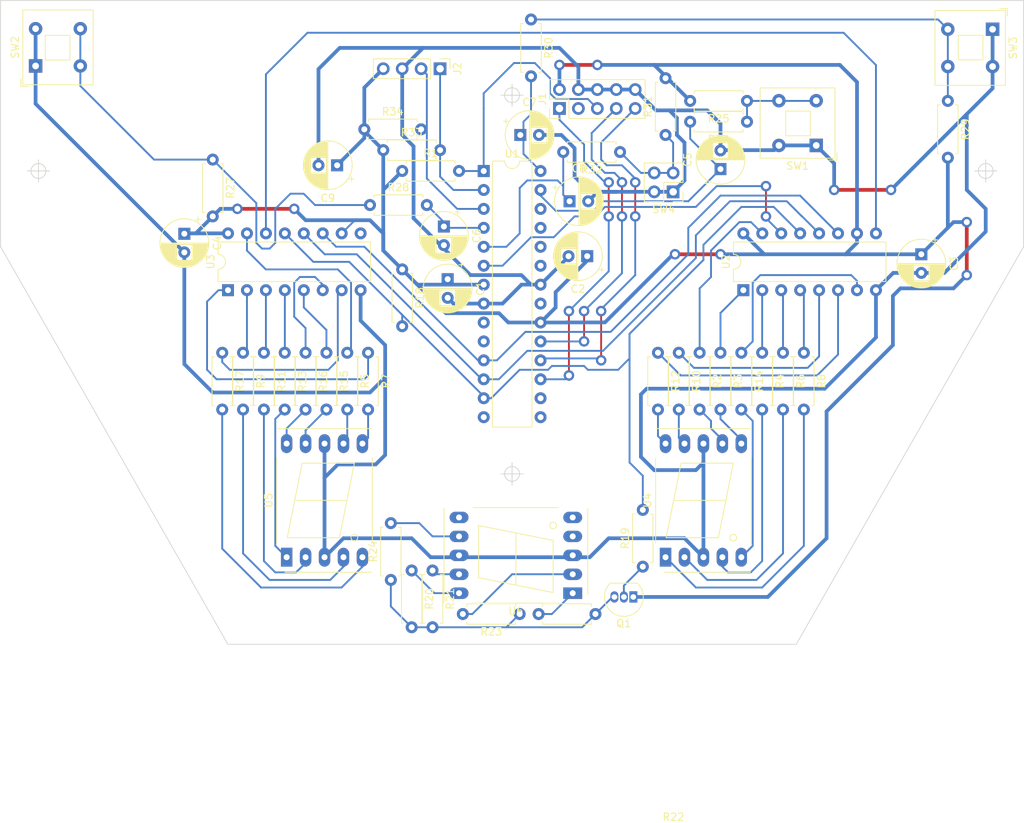
<source format=kicad_pcb>
(kicad_pcb (version 20211014) (generator pcbnew)
  (layers (0 "F.Cu" signal) (31 "B.Cu" signal) (34 "B.Paste" user) (35 "F.Paste" user) (36 "B.SilkS" user "B.Silkscreen") (37 "F.SilkS" user "F.Silkscreen") (38 "B.Mask" user) (39 "F.Mask" user) (44 "Edge.Cuts" user))
  (net 0 "")
  (net 1 "+5V")
  (net 2 "GND")
  (net 3 "/Reaction A Switch/STATE")
  (net 4 "/Reaction B Switch/STATE")
  (net 5 "/Reaction C Switch/STATE")
  (net 6 "/Motion Sensor/STATE")
  (net 7 "Net-(J1-Pad1)")
  (net 9 "Net-(J1-Pad5)")
  (net 10 "Net-(J1-Pad7)")
  (net 11 "Net-(Q1-Pad2)")
  (net 12 "Net-(Q1-Pad3)")
  (net 13 "Net-(R2-Pad1)")
  (net 14 "Net-(R2-Pad2)")
  (net 15 "Net-(R3-Pad1)")
  (net 16 "Net-(R3-Pad2)")
  (net 17 "Net-(R4-Pad1)")
  (net 18 "Net-(R4-Pad2)")
  (net 19 "Net-(R5-Pad2)")
  (net 20 "Net-(R6-Pad1)")
  (net 21 "Net-(R6-Pad2)")
  (net 22 "Net-(R7-Pad1)")
  (net 23 "Net-(R7-Pad2)")
  (net 24 "Net-(R8-Pad1)")
  (net 25 "Net-(R8-Pad2)")
  (net 26 "Net-(R9-Pad1)")
  (net 27 "Net-(R9-Pad2)")
  (net 28 "Net-(R10-Pad1)")
  (net 29 "Net-(R10-Pad2)")
  (net 30 "Net-(R11-Pad1)")
  (net 31 "Net-(R11-Pad2)")
  (net 32 "Net-(R12-Pad1)")
  (net 33 "Net-(R12-Pad2)")
  (net 34 "Net-(R13-Pad1)")
  (net 35 "Net-(R13-Pad2)")
  (net 36 "Net-(R14-Pad1)")
  (net 37 "Net-(R14-Pad2)")
  (net 38 "Net-(R15-Pad1)")
  (net 39 "Net-(R15-Pad2)")
  (net 40 "Net-(R16-Pad1)")
  (net 41 "Net-(R16-Pad2)")
  (net 42 "Net-(R17-Pad1)")
  (net 43 "Net-(R17-Pad2)")
  (net 44 "/UwU driver/ENABLE")
  (net 45 "Net-(R20-Pad1)")
  (net 46 "Net-(R21-Pad1)")
  (net 47 "Net-(R22-Pad2)")
  (net 48 "Net-(R23-Pad2)")
  (net 49 "Net-(R24-Pad2)")
  (net 50 "Net-(R25-Pad1)")
  (net 51 "Net-(R27-Pad1)")
  (net 52 "Net-(R29-Pad1)")
  (net 53 "Net-(R31-Pad1)")
  (net 54 "/UwU driver/EYE_DATA")
  (net 57 "/UwU driver/CLOCK")
  (net 58 "/UwU driver/LATCH")
  (net 62 "Net-(J1-Pad9)")
  (net 68 "Net-(U2-Pad9)")
  (net 73 "Net-(U3-Pad15)")
  (net 74 "/Port/RX")
  (net 75 "/Port/TX")
  (footprint "Resistor_THT:R_Axial_DIN0207_L6.3mm_D2.5mm_P7.62mm_Horizontal" (layer "F.Cu") (at 145.288 89.916 -90)
    (fp_text reference "R27")
    (fp_text value "10K")
  )
  (footprint "Resistor_THT:R_Axial_DIN0207_L6.3mm_D2.5mm_P7.62mm_Horizontal" (layer "F.Cu") (at 204.978 115.824 -90)
    (fp_text reference "R12")
    (fp_text value "1K")
  )
  (footprint "Resistor_THT:R_Axial_DIN0207_L6.3mm_D2.5mm_P7.62mm_Horizontal" (layer "F.Cu") (at 186.436 150.876 180)
    (fp_text reference "R23")
    (fp_text value "1K")
  )
  (footprint "Resistor_THT:R_Axial_DIN0207_L6.3mm_D2.5mm_P7.62mm_Horizontal" (layer "F.Cu") (at 166.116 115.824 -90)
    (fp_text reference "R7")
    (fp_text value "1K")
  )
  (footprint "Capacitor_THT:CP_Radial_D6.3mm_P2.50mm" (layer "F.Cu") (at 176.276 98.89362 -90)
    (fp_text reference "C6")
    (fp_text value "100n")
  )
  (footprint "Resistor_THT:R_Axial_DIN0207_L6.3mm_D2.5mm_P7.62mm_Horizontal" (layer "F.Cu") (at 221.742 115.824 -90)
    (fp_text reference "R6")
    (fp_text value "1K")
  )
  (footprint "Display_7Segment:7SegmentLED_LTS6760_LTS6780" (layer "F.Cu") (at 155.194 143.256 90)
    (fp_text reference "U5")
    (fp_text value "D198K")
  )
  (footprint "Capacitor_THT:CP_Radial_D6.3mm_P2.50mm" (layer "F.Cu") (at 161.96438 90.678 180)
    (fp_text reference "C9")
    (fp_text value "47u")
  )
  (footprint "Button_Switch_THT:SW_Push_2P1T_Toggle_CK_PVA1xxH1xxxxxxV2" (layer "F.Cu") (at 226.1965 88.0125 180)
    (fp_text reference "SW1")
    (fp_text value "SW_MEC_5E")
  )
  (footprint "Resistor_THT:R_Axial_DIN0207_L6.3mm_D2.5mm_P7.62mm_Horizontal" (layer "F.Cu") (at 216.916 82.042 180)
    (fp_text reference "R25")
    (fp_text value "10K")
  )
  (footprint "Resistor_THT:R_Axial_DIN0207_L6.3mm_D2.5mm_P7.62mm_Horizontal" (layer "F.Cu") (at 224.536 115.824 -90)
    (fp_text reference "R8")
    (fp_text value "1K")
  )
  (footprint "Resistor_THT:R_Axial_DIN0207_L6.3mm_D2.5mm_P7.62mm_Horizontal" (layer "F.Cu") (at 146.558 115.824 -90)
    (fp_text reference "R17")
    (fp_text value "1K")
  )
  (footprint "Connector_PinHeader_2.54mm:PinHeader_2x05_P2.54mm_Vertical" (layer "F.Cu") (at 191.77 83.058 90)
    (fp_text reference "J1")
    (fp_text value "AVR-ISP-10")
  )
  (footprint "Connector_PinHeader_2.54mm:PinHeader_2x02_P2.54mm_Vertical" (layer "F.Cu") (at 207.015 94.239 180)
    (fp_text reference "SW4")
    (fp_text value "SW_MEC_5G")
  )
  (footprint "Resistor_THT:R_Axial_DIN0207_L6.3mm_D2.5mm_P7.62mm_Horizontal" (layer "F.Cu") (at 207.772 115.824 -90)
    (fp_text reference "R10")
    (fp_text value "1K")
  )
  (footprint "Capacitor_THT:CP_Radial_D6.3mm_P2.50mm" (layer "F.Cu") (at 193.127621 95.504)
    (fp_text reference "C8")
    (fp_text value "100n")
  )
  (footprint "Resistor_THT:R_Axial_DIN0207_L6.3mm_D2.5mm_P7.62mm_Horizontal" (layer "F.Cu") (at 152.146 115.824 -90)
    (fp_text reference "R11")
    (fp_text value "1K")
  )
  (footprint "Display_7Segment:7SegmentLED_LTS6760_LTS6780" (layer "F.Cu") (at 193.548 148.082 180)
    (fp_text reference "U6")
    (fp_text value "D198K")
  )
  (footprint "Package_DIP:DIP-16_W7.62mm" (layer "F.Cu") (at 147.335 107.432 90)
    (fp_text reference "U3")
    (fp_text value "74HC595")
  )
  (footprint "Resistor_THT:R_Axial_DIN0207_L6.3mm_D2.5mm_P7.62mm_Horizontal" (layer "F.Cu") (at 187.96 71.12 -90)
    (fp_text reference "R30")
    (fp_text value "1K")
  )
  (footprint "Capacitor_THT:CP_Radial_D6.3mm_P2.50mm" (layer "F.Cu") (at 186.523621 86.614)
    (fp_text reference "C7")
    (fp_text value "100n")
  )
  (footprint "Resistor_THT:R_Axial_DIN0207_L6.3mm_D2.5mm_P7.62mm_Horizontal" (layer "F.Cu") (at 163.322 115.824 -90)
    (fp_text reference "R5")
    (fp_text value "1K")
  )
  (footprint "Resistor_THT:R_Axial_DIN0207_L6.3mm_D2.5mm_P7.62mm_Horizontal" (layer "F.Cu") (at 166.37 96.012)
    (fp_text reference "R28")
    (fp_text value "1K")
  )
  (footprint "Button_Switch_THT:SW_Push_2P1T_Toggle_CK_PVA1xxH1xxxxxxV2" (layer "F.Cu") (at 249.84 72.43 -90)
    (fp_text reference "SW3")
    (fp_text value "SW_MEC_5E")
  )
  (footprint "Resistor_THT:R_Axial_DIN0207_L6.3mm_D2.5mm_P7.62mm_Horizontal" (layer "F.Cu") (at 205.994 86.614 90)
    (fp_text reference "R31")
    (fp_text value "10K")
  )
  (footprint "Resistor_THT:R_Axial_DIN0207_L6.3mm_D2.5mm_P7.62mm_Horizontal" (layer "F.Cu") (at 218.948 115.824 -90)
    (fp_text reference "R4")
    (fp_text value "1K")
  )
  (footprint "Capacitor_THT:CP_Radial_D6.3mm_P2.50mm" (layer "F.Cu") (at 240.284 102.616 -90)
    (fp_text reference "C3")
    (fp_text value "50p")
  )
  (footprint "Resistor_THT:R_Axial_DIN0207_L6.3mm_D2.5mm_P7.62mm_Horizontal" (layer "F.Cu") (at 165.608 85.852)
    (fp_text reference "R34")
    (fp_text value "10K")
  )
  (footprint "Capacitor_THT:CP_Radial_D6.3mm_P2.50mm" (layer "F.Cu") (at 141.478 99.862 -90)
    (fp_text reference "C4")
    (fp_text value "50p")
  )
  (footprint "Resistor_THT:R_Axial_DIN0207_L6.3mm_D2.5mm_P7.62mm_Horizontal" (layer "F.Cu") (at 169.164 146.304 90)
    (fp_text reference "R24")
    (fp_text value "1K")
  )
  (footprint "Package_TO_SOT_THT:TO-92_Inline" (layer "F.Cu") (at 201.676 148.59 180)
    (fp_text reference "Q1")
    (fp_text value "S8550")
  )
  (footprint "Resistor_THT:R_Axial_DIN0207_L6.3mm_D2.5mm_P7.62mm_Horizontal" (layer "F.Cu") (at 170.688 104.648 -90)
    (fp_text reference "R18")
    (fp_text value "1K")
  )
  (footprint "Capacitor_THT:CP_Radial_D6.3mm_P2.50mm" (layer "F.Cu") (at 213.36 91.186 90)
    (fp_text reference "C5")
    (fp_text value "100n")
  )
  (footprint "Resistor_THT:R_Axial_DIN0207_L6.3mm_D2.5mm_P7.62mm_Horizontal" (layer "F.Cu") (at 149.352 115.824 -90)
    (fp_text reference "R9")
    (fp_text value "1K")
  )
  (footprint "Resistor_THT:R_Axial_DIN0207_L6.3mm_D2.5mm_P7.62mm_Horizontal" (layer "F.Cu") (at 210.566 115.824 -90)
    (fp_text reference "R2")
    (fp_text value "1K")
  )
  (footprint "Connector_PinHeader_2.54mm:PinHeader_1x04_P2.54mm_Vertical" (layer "F.Cu") (at 175.768 77.724 -90)
    (fp_text reference "J2")
    (fp_text value "Port")
  )
  (footprint "Resistor_THT:R_Axial_DIN0207_L6.3mm_D2.5mm_P7.62mm_Horizontal" (layer "F.Cu") (at 174.752 145.034 -90)
    (fp_text reference "R21")
    (fp_text value "1K")
  )
  (footprint "Resistor_THT:R_Axial_DIN0207_L6.3mm_D2.5mm_P7.62mm_Horizontal" (layer "F.Cu") (at 202.946 144.526 90)
    (fp_text reference "R19")
    (fp_text value "1K")
  )
  (footprint "Resistor_THT:R_Axial_DIN0207_L6.3mm_D2.5mm_P7.62mm_Horizontal" (layer "F.Cu") (at 157.734 115.824 -90)
    (fp_text reference "R16")
    (fp_text value "1K")
  )
  (footprint "Capacitor_THT:CP_Radial_D6.3mm_P2.50mm" (layer "F.Cu") (at 176.784 105.958 -90)
    (fp_text reference "C1")
    (fp_text value "100n")
  )
  (footprint "Resistor_THT:R_Axial_DIN0207_L6.3mm_D2.5mm_P7.62mm_Horizontal" (layer "F.Cu") (at 154.94 115.824 -90)
    (fp_text reference "R13")
    (fp_text value "1K")
  )
  (footprint "Capacitor_THT:CP_Radial_D6.3mm_P2.50mm" (layer "F.Cu") (at 195.49238 102.87 180)
    (fp_text reference "C2")
    (fp_text value "100n")
  )
  (footprint "Resistor_THT:R_Axial_DIN0207_L6.3mm_D2.5mm_P7.62mm_Horizontal" (layer "F.Cu") (at 160.528 115.824 -90)
    (fp_text reference "R15")
    (fp_text value "1K")
  )
  (footprint "Resistor_THT:R_Axial_DIN0207_L6.3mm_D2.5mm_P7.62mm_Horizontal" (layer "F.Cu") (at 196.596 150.876 180)
    (fp_text reference "R22")
    (fp_text value "1K")
  )
  (footprint "Resistor_THT:R_Axial_DIN0207_L6.3mm_D2.5mm_P7.62mm_Horizontal" (layer "F.Cu") (at 216.154 115.824 -90)
    (fp_text reference "R14")
    (fp_text value "1K")
  )
  (footprint "Resistor_THT:R_Axial_DIN0207_L6.3mm_D2.5mm_P7.62mm_Horizontal" (layer "F.Cu") (at 199.898 88.9 180)
    (fp_text reference "R32")
    (fp_text value "1K")
  )
  (footprint "Resistor_THT:R_Axial_DIN0207_L6.3mm_D2.5mm_P7.62mm_Horizontal" (layer "F.Cu") (at 243.84 82.042 -90)
    (fp_text reference "R29")
    (fp_text value "10K")
  )
  (footprint "Display_7Segment:7SegmentLED_LTS6760_LTS6780" (layer "F.Cu") (at 205.994 143.256 90)
    (fp_text reference "U4")
    (fp_text value "D198K")
  )
  (footprint "Resistor_THT:R_Axial_DIN0207_L6.3mm_D2.5mm_P7.62mm_Horizontal" (layer "F.Cu") (at 216.916 84.836 180)
    (fp_text reference "R26")
    (fp_text value "1K")
  )
  (footprint "Package_DIP:DIP-16_W7.62mm" (layer "F.Cu") (at 216.423 107.432 90)
    (fp_text reference "U2")
    (fp_text value "74HC595")
  )
  (footprint "Resistor_THT:R_Axial_DIN0207_L6.3mm_D2.5mm_P7.62mm_Horizontal" (layer "F.Cu") (at 213.36 115.824 -90)
    (fp_text reference "R3")
    (fp_text value "1K")
  )
  (footprint "Resistor_THT:R_Axial_DIN0207_L6.3mm_D2.5mm_P7.62mm_Horizontal" (layer "F.Cu") (at 168.148 88.646)
    (fp_text reference "R33")
    (fp_text value "10K")
  )
  (footprint "Resistor_THT:R_Axial_DIN0207_L6.3mm_D2.5mm_P7.62mm_Horizontal" (layer "F.Cu") (at 171.958 145.034 -90)
    (fp_text reference "R20")
    (fp_text value "1K")
  )
  (footprint "Package_DIP:DIP-28_W7.62mm" (layer "F.Cu") (at 181.62 91.45)
    (fp_text reference "U1")
    (fp_text value "ATmega328-P")
  )
  (footprint "Resistor_THT:R_Axial_DIN0207_L6.3mm_D2.5mm_P7.62mm_Horizontal" (layer "F.Cu") (at 170.688 91.44)
    (fp_text reference "R1")
    (fp_text value "10K")
  )
  (footprint "Button_Switch_THT:SW_Push_2P1T_Toggle_CK_PVA1xxH1xxxxxxV2" (layer "F.Cu") (at 121.5375 77.3525 90)
    (fp_text reference "SW2")
    (fp_text value "SW_MEC_5E")
  )
  (gr_line (start 116.84 101.6) (end 147.32 154.94) (layer "Edge.Cuts") (width 0.1))
  (gr_line (start 116.84 68.58) (end 116.84 101.6) (layer "Edge.Cuts") (width 0.1))
  (gr_line (start 223.52 154.94) (end 254 101.6) (layer "Edge.Cuts") (width 0.1))
  (gr_line (start 254 68.58) (end 254 101.6) (layer "Edge.Cuts") (width 0.1))
  (gr_line (start 116.84 68.58) (end 254 68.58) (layer "Edge.Cuts") (width 0.1))
  (gr_line (start 147.32 154.94) (end 223.52 154.94) (layer "Edge.Cuts") (width 0.1))
  (target plus (at 185.42 81.28) (size 3) (width 0.1) (layer "Edge.Cuts"))
  (target plus (at 121.92 91.44) (size 3) (width 0.1) (layer "Edge.Cuts"))
  (target plus (at 248.92 91.44) (size 3) (width 0.1) (layer "Edge.Cuts"))
  (target plus (at 185.42 132.08) (size 3) (width 0.1) (layer "Edge.Cuts"))
  (segment (start 246.38 98.298) (end 246.38 105.41) (width 0.5) (layer "F.Cu") (net 1))
  (segment (start 156.21 96.52) (end 148.59 96.52) (width 0.5) (layer "F.Cu") (net 1))
  (segment (start 207.264 102.616) (end 213.36 102.616) (width 0.5) (layer "F.Cu") (net 1))
  (segment (start 191.77 77.216) (end 196.85 77.216) (width 0.5) (layer "F.Cu") (net 1))
  (via (at 148.59 96.52) (size 1.4) (drill 0.8) (layers "F.Cu" "B.Cu") (net 1))
  (via (at 191.77 77.216) (size 1.4) (drill 0.8) (layers "F.Cu" "B.Cu") (net 1))
  (via (at 246.38 105.41) (size 1.4) (drill 0.8) (layers "F.Cu" "B.Cu") (net 1))
  (via (at 213.36 102.616) (size 1.4) (drill 0.8) (layers "F.Cu" "B.Cu") (net 1))
  (via (at 156.21 96.52) (size 1.4) (drill 0.8) (layers "F.Cu" "B.Cu") (net 1))
  (via (at 196.85 77.216) (size 1.4) (drill 0.8) (layers "F.Cu" "B.Cu") (net 1))
  (via (at 207.264 102.616) (size 1.4) (drill 0.8) (layers "F.Cu" "B.Cu") (net 1))
  (via (at 246.38 98.298) (size 1.4) (drill 0.8) (layers "F.Cu" "B.Cu") (net 1))
  (segment (start 246.38 105.41) (end 244.602 107.188) (width 0.5) (layer "B.Cu") (net 1))
  (segment (start 243.84 99.06) (end 240.284 102.616) (width 0.5) (layer "B.Cu") (net 1))
  (segment (start 183.642 110.49) (end 176.403 110.49) (width 0.25) (layer "B.Cu") (net 1))
  (segment (start 197.866 111.76) (end 192.786 111.76) (width 0.5) (layer "B.Cu") (net 1))
  (segment (start 164.343 98.044) (end 162.575 99.812) (width 0.25) (layer "B.Cu") (net 1))
  (segment (start 191.262 107.696) (end 191.262 109.748) (width 0.5) (layer "B.Cu") (net 1))
  (segment (start 227.584 123.698) (end 227.584 140.716) (width 0.5) (layer "B.Cu") (net 1))
  (segment (start 183.672 110.52) (end 184.922 111.77) (width 0.5) (layer "B.Cu") (net 1))
  (segment (start 209.296 82.042) (end 204.47 77.216) (width 0.5) (layer "B.Cu") (net 1))
  (segment (start 189.24 111.77) (end 192.776 111.77) (width 0.5) (layer "B.Cu") (net 1))
  (segment (start 207.01 102.616) (end 197.866 111.76) (width 0.5) (layer "B.Cu") (net 1))
  (segment (start 168.148 99.822) (end 168.148 102.235) (width 0.25) (layer "B.Cu") (net 1))
  (segment (start 191.77 77.216) (end 191.77 80.518) (width 0.5) (layer "B.Cu") (net 1))
  (segment (start 244.602 107.188) (end 237.49 107.188) (width 0.5) (layer "B.Cu") (net 1))
  (segment (start 165.608 86.106) (end 168.148 88.646) (width 0.5) (layer "B.Cu") (net 1))
  (segment (start 231.663 101.077) (end 231.663 99.812) (width 0.5) (layer "B.Cu") (net 1))
  (segment (start 166.37 98.044) (end 164.343 98.044) (width 0.5) (layer "B.Cu") (net 1))
  (segment (start 168.148 93.98) (end 168.148 94.488) (width 0.5) (layer "B.Cu") (net 1))
  (segment (start 176.784 105.958) (end 176.784 106.172) (width 0.25) (layer "B.Cu") (net 1))
  (segment (start 172.603 106.69) (end 177.302 106.69) (width 0.25) (layer "B.Cu") (net 1))
  (segment (start 230.124 102.616) (end 231.663 101.077) (width 0.5) (layer "B.Cu") (net 1))
  (segment (start 216.423 99.812) (end 219.227 102.616) (width 0.5) (layer "B.Cu") (net 1))
  (segment (start 147.335 99.812) (end 143.012 99.812) (width 0.5) (layer "B.Cu") (net 1))
  (segment (start 192.786 111.76) (end 192.776 111.77) (width 0.5) (layer "B.Cu") (net 1))
  (segment (start 219.71 148.59) (end 201.676 148.59) (width 0.5) (layer "B.Cu") (net 1))
  (segment (start 244.602 98.298) (end 243.84 99.06) (width 0.5) (layer "B.Cu") (net 1))
  (segment (start 156.21 96.52) (end 157.734 98.044) (width 0.5) (layer "B.Cu") (net 1))
  (segment (start 168.148 99.822) (end 168.148 102.108) (width 0.5) (layer "B.Cu") (net 1))
  (segment (start 181.62 106.69) (end 177.302 106.69) (width 0.25) (layer "B.Cu") (net 1))
  (segment (start 184.922 111.77) (end 189.24 111.77) (width 0.5) (layer "B.Cu") (net 1))
  (segment (start 195.49238 103.46562) (end 191.262 107.696) (width 0.5) (layer "B.Cu") (net 1))
  (segment (start 146.304 96.52) (end 145.288 97.536) (width 0.5) (layer "B.Cu") (net 1))
  (segment (start 176.784 106.172) (end 177.302 106.69) (width 0.25) (layer "B.Cu") (net 1))
  (segment (start 229.362 77.216) (end 231.663 79.517) (width 0.5) (layer "B.Cu") (net 1))
  (segment (start 231.663 79.517) (end 231.663 99.812) (width 0.5) (layer "B.Cu") (net 1))
  (segment (start 148.59 96.52) (end 146.304 96.52) (width 0.5) (layer "B.Cu") (net 1))
  (segment (start 219.227 102.616) (end 230.124 102.616) (width 0.5) (layer "B.Cu") (net 1))
  (segment (start 191.262 109.748) (end 189.24 111.77) (width 0.5) (layer "B.Cu") (net 1))
  (segment (start 195.49238 102.87) (end 195.49238 103.46562) (width 0.5) (layer "B.Cu") (net 1))
  (segment (start 213.36 102.616) (end 219.227 102.616) (width 0.5) (layer "B.Cu") (net 1))
  (segment (start 168.148 102.235) (end 172.603 106.69) (width 0.25) (layer "B.Cu") (net 1))
  (segment (start 168.148 99.822) (end 166.37 98.044) (width 0.5) (layer "B.Cu") (net 1))
  (segment (start 165.608 87.03438) (end 161.96438 90.678) (width 0.5) (layer "B.Cu") (net 1))
  (segment (start 196.85 77.216) (end 204.47 77.216) (width 0.5) (layer "B.Cu") (net 1))
  (segment (start 145.288 97.536) (end 143.012 99.812) (width 0.5) (layer "B.Cu") (net 1))
  (segment (start 172.73 106.69) (end 181.62 106.69) (width 0.5) (layer "B.Cu") (net 1))
  (segment (start 141.528 99.812) (end 141.478 99.862) (width 0.5) (layer "B.Cu") (net 1))
  (segment (start 204.47 77.216) (end 229.362 77.216) (width 0.5) (layer "B.Cu") (net 1))
  (segment (start 240.284 102.616) (end 230.124 102.616) (width 0.5) (layer "B.Cu") (net 1))
  (segment (start 168.148 102.108) (end 172.73 106.69) (width 0.5) (layer "B.Cu") (net 1))
  (segment (start 236.474 108.204) (end 236.474 114.808) (width 0.5) (layer "B.Cu") (net 1))
  (segment (start 157.734 98.044) (end 164.343 98.044) (width 0.5) (layer "B.Cu") (net 1))
  (segment (start 170.688 91.44) (end 170.688 91.699) (width 0.25) (layer "B.Cu") (net 1))
  (segment (start 165.608 80.264) (end 168.148 77.724) (width 0.5) (layer "B.Cu") (net 1))
  (segment (start 172.73 106.69) (end 176.56 110.52) (width 0.5) (layer "B.Cu") (net 1))
  (segment (start 165.608 85.852) (end 165.608 80.264) (width 0.5) (layer "B.Cu") (net 1))
  (segment (start 170.688 91.44) (end 168.148 93.98) (width 0.5) (layer "B.Cu") (net 1))
  (segment (start 227.584 140.716) (end 219.71 148.59) (width 0.5) (layer "B.Cu") (net 1))
  (segment (start 236.474 114.808) (end 227.584 123.698) (width 0.5) (layer "B.Cu") (net 1))
  (segment (start 243.84 89.662) (end 243.84 99.06) (width 0.5) (layer "B.Cu") (net 1))
  (segment (start 165.608 85.852) (end 165.608 86.106) (width 0.5) (layer "B.Cu") (net 1))
  (segment (start 246.38 98.298) (end 244.602 98.298) (width 0.5) (layer "B.Cu") (net 1))
  (segment (start 168.148 93.98) (end 168.148 88.646) (width 0.5) (layer "B.Cu") (net 1))
  (segment (start 168.148 94.488) (end 168.148 102.108) (width 0.5) (layer "B.Cu") (net 1))
  (segment (start 165.608 85.852) (end 165.608 87.03438) (width 0.5) (layer "B.Cu") (net 1))
  (segment (start 207.264 102.616) (end 207.01 102.616) (width 0.5) (layer "B.Cu") (net 1))
  (segment (start 176.56 110.52) (end 183.612 110.52) (width 0.5) (layer "B.Cu") (net 1))
  (segment (start 184.922 111.77) (end 183.642 110.49) (width 0.25) (layer "B.Cu") (net 1))
  (segment (start 162.575 99.553) (end 162.575 99.812) (width 0.5) (layer "B.Cu") (net 1))
  (segment (start 237.49 107.188) (end 236.474 108.204) (width 0.5) (layer "B.Cu") (net 1))
  (segment (start 143.012 99.812) (end 141.528 99.812) (width 0.5) (layer "B.Cu") (net 1))
  (segment (start 236.22 93.98) (end 228.6 93.98) (width 0.5) (layer "F.Cu") (net 2))
  (via (at 236.22 93.98) (size 1.4) (drill 0.8) (layers "F.Cu" "B.Cu") (net 2))
  (via (at 228.6 93.98) (size 1.4) (drill 0.8) (layers "F.Cu" "B.Cu") (net 2))
  (segment (start 240.284 105.116) (end 236.519 105.116) (width 0.5) (layer "B.Cu") (net 2))
  (segment (start 187.95 106.69) (end 186.67 105.41) (width 0.5) (layer "B.Cu") (net 2))
  (segment (start 179.832 105.41) (end 172.212 97.79) (width 0.5) (layer "B.Cu") (net 2))
  (segment (start 145.288 121.158) (end 141.478 117.348) (width 0.5) (layer "B.Cu") (net 2))
  (segment (start 207.518 84.328) (end 207.518 86.614) (width 0.5) (layer "B.Cu") (net 2))
  (segment (start 236.519 105.116) (end 234.203 107.432) (width 0.5) (layer "B.Cu") (net 2))
  (segment (start 121.5375 72.3525) (end 121.5375 77.3525) (width 0.25) (layer "B.Cu") (net 2))
  (segment (start 177.556 109.23) (end 176.784 108.458) (width 0.5) (layer "B.Cu") (net 2))
  (segment (start 199.395 94.239) (end 196.892621 94.239) (width 0.5) (layer "B.Cu") (net 2))
  (segment (start 168.402 119.126) (end 166.37 121.158) (width 0.5) (layer "B.Cu") (net 2))
  (segment (start 248.92 99.568) (end 248.92 96.52) (width 0.5) (layer "B.Cu") (net 2))
  (segment (start 208.534 140.716) (end 198.374 140.716) (width 0.5) (layer "B.Cu") (net 2))
  (segment (start 181.62 109.23) (end 184.14 109.23) (width 0.5) (layer "B.Cu") (net 2))
  (segment (start 207.518 86.614) (end 208.534 87.63) (width 0.5) (layer "B.Cu") (net 2))
  (segment (start 194.31 80.518) (end 201.93 80.518) (width 0.5) (layer "B.Cu") (net 2))
  (segment (start 193.802 88.392) (end 193.802 92.202) (width 0.5) (layer "B.Cu") (net 2))
  (segment (start 192.99238 102.93762) (end 192.99238 102.87) (width 0.5) (layer "B.Cu") (net 2))
  (segment (start 206.502 83.312) (end 211.582 83.312) (width 0.5) (layer "B.Cu") (net 2))
  (segment (start 202.692 121.412) (end 202.692 129.794) (width 0.5) (layer "B.Cu") (net 2))
  (segment (start 178.054 143.256) (end 174.498 143.256) (width 0.5) (layer "B.Cu") (net 2))
  (segment (start 204.47 131.572) (end 210.058 131.572) (width 0.5) (layer "B.Cu") (net 2))
  (segment (start 192.024 86.614) (end 193.802 88.392) (width 0.5) (layer "B.Cu") (net 2))
  (segment (start 246.38 83.82) (end 249.84 80.36) (width 0.5) (layer "B.Cu") (net 2))
  (segment (start 160.274 132.588) (end 160.274 128.016) (width 0.5) (layer "B.Cu") (net 2))
  (segment (start 167.132 130.81) (end 168.402 129.54) (width 0.5) (layer "B.Cu") (net 2))
  (segment (start 213.36 85.09) (end 213.36 88.686) (width 0.5) (layer "B.Cu") (net 2))
  (segment (start 174.498 143.256) (end 171.958 140.716) (width 0.5) (layer "B.Cu") (net 2))
  (segment (start 121.5375 77.3525) (end 121.5375 82.4215) (width 0.25) (layer "B.Cu") (net 2))
  (segment (start 184.14 109.23) (end 186.68 106.69) (width 0.5) (layer "B.Cu") (net 2))
  (segment (start 141.478 117.348) (end 141.478 102.362) (width 0.5) (layer "B.Cu") (net 2))
  (segment (start 226.1965 88.0205) (end 226.1965 88.0125) (width 0.5) (layer "B.Cu") (net 2))
  (segment (start 207.015 94.239) (end 199.395 94.239) (width 0.5) (layer "B.Cu") (net 2))
  (segment (start 234.203 107.432) (end 234.203 113.777) (width 0.5) (layer "B.Cu") (net 2))
  (segment (start 248.92 96.52) (end 246.38 93.98) (width 0.5) (layer "B.Cu") (net 2))
  (segment (start 208.534 92.72) (end 207.015 94.239) (width 0.5) (layer "B.Cu") (net 2))
  (segment (start 172.212 97.79) (end 172.212 88.138) (width 0.5) (layer "B.Cu") (net 2))
  (segment (start 246.38 93.98) (end 246.38 83.82) (width 0.5) (layer "B.Cu") (net 2))
  (segment (start 228.6 93.98) (end 228.6 90.424) (width 0.5) (layer "B.Cu") (net 2))
  (segment (start 240.284 105.116) (end 243.372 105.116) (width 0.5) (layer "B.Cu") (net 2))
  (segment (start 168.402 114.808) (end 165.115 111.521) (width 0.5) (layer "B.Cu") (net 2))
  (segment (start 186.67 105.41) (end 179.832 105.41) (width 0.5) (layer "B.Cu") (net 2))
  (segment (start 173.482 74.93) (end 170.688 77.724) (width 0.5) (layer "B.Cu") (net 2))
  (segment (start 168.402 119.634) (end 168.402 119.126) (width 0.5) (layer "B.Cu") (net 2))
  (segment (start 206.502 83.312) (end 207.518 84.328) (width 0.5) (layer "B.Cu") (net 2))
  (segment (start 162.306 74.93) (end 159.46438 77.77162) (width 0.5) (layer "B.Cu") (net 2))
  (segment (start 249.84 80.36) (end 249.84 79.852) (width 0.5) (layer "B.Cu") (net 2))
  (segment (start 194.31 80.518) (end 194.31 77.47) (width 0.5) (layer "B.Cu") (net 2))
  (segment (start 249.84 72.43) (end 249.84 77.43) (width 0.25) (layer "B.Cu") (net 2))
  (segment (start 189.24 106.69) (end 192.99238 102.93762) (width 0.5) (layer "B.Cu") (net 2))
  (segment (start 211.582 83.312) (end 213.36 85.09) (width 0.5) (layer "B.Cu") (net 2))
  (segment (start 187.95 106.69) (end 186.68 106.69) (width 0.5) (layer "B.Cu") (net 2))
  (segment (start 166.37 121.158) (end 145.288 121.158) (width 0.5) (layer "B.Cu") (net 2))
  (segment (start 121.5375 82.4215) (end 121.5375 72.3525) (width 0.5) (layer "B.Cu") (net 2))
  (segment (start 189.24 106.69) (end 187.95 106.69) (width 0.5) (layer "B.Cu") (net 2))
  (segment (start 159.46438 77.77162) (end 159.46438 90.678) (width 0.5) (layer "B.Cu") (net 2))
  (segment (start 201.93 80.518) (end 204.724 83.312) (width 0.5) (layer "B.Cu") (net 2))
  (segment (start 195.834 143.256) (end 193.294 143.256) (width 0.5) (layer "B.Cu") (net 2))
  (segment (start 162.052 130.81) (end 167.132 130.81) (width 0.5) (layer "B.Cu") (net 2))
  (segment (start 228.6 90.424) (end 226.1965 88.0205) (width 0.5) (layer "B.Cu") (net 2))
  (segment (start 189.023621 86.614) (end 192.024 86.614) (width 0.5) (layer "B.Cu") (net 2))
  (segment (start 173.482 74.93) (end 162.306 74.93) (width 0.5) (layer "B.Cu") (net 2))
  (segment (start 191.77 74.93) (end 173.482 74.93) (width 0.5) (layer "B.Cu") (net 2))
  (segment (start 160.274 143.256) (end 160.274 132.588) (width 0.5) (layer "B.Cu") (net 2))
  (segment (start 160.274 132.588) (end 162.052 130.81) (width 0.5) (layer "B.Cu") (net 2))
  (segment (start 227.33 120.65) (end 203.454 120.65) (width 0.5) (layer "B.Cu") (net 2))
  (segment (start 196.892621 94.239) (end 195.627621 95.504) (width 0.5) (layer "B.Cu") (net 2))
  (segment (start 204.724 83.312) (end 206.502 83.312) (width 0.5) (layer "B.Cu") (net 2))
  (segment (start 198.374 140.716) (end 195.834 143.256) (width 0.5) (layer "B.Cu") (net 2))
  (segment (start 249.84 79.852) (end 249.84 72.43) (width 0.5) (layer "B.Cu") (net 2))
  (segment (start 234.203 113.777) (end 227.33 120.65) (width 0.5) (layer "B.Cu") (net 2))
  (segment (start 210.058 131.572) (end 211.074 130.556) (width 0.5) (layer "B.Cu") (net 2))
  (segment (start 243.372 105.116) (end 248.92 99.568) (width 0.5) (layer "B.Cu") (net 2))
  (segment (start 168.402 129.54) (end 168.402 119.634) (width 0.5) (layer "B.Cu") (net 2))
  (segment (start 170.688 86.614) (end 170.688 77.724) (width 0.5) (layer "B.Cu") (net 2))
  (segment (start 141.478 102.362) (end 121.5375 82.4215) (width 0.5) (layer "B.Cu") (net 2))
  (segment (start 211.074 143.256) (end 208.534 140.716) (width 0.5) (layer "B.Cu") (net 2))
  (segment (start 236.22 93.98) (end 246.38 83.82) (width 0.5) (layer "B.Cu") (net 2))
  (segment (start 165.115 111.521) (end 165.115 107.432) (width 0.5) (layer "B.Cu") (net 2))
  (segment (start 194.31 77.47) (end 191.77 74.93) (width 0.5) (layer "B.Cu") (net 2))
  (segment (start 203.454 120.65) (end 202.692 121.412) (width 0.5) (layer "B.Cu") (net 2))
  (segment (start 168.402 119.126) (end 168.402 114.808) (width 0.5) (layer "B.Cu") (net 2))
  (segment (start 172.212 88.138) (end 170.688 86.614) (width 0.5) (layer "B.Cu") (net 2))
  (segment (start 171.958 140.716) (end 162.814 140.716) (width 0.5) (layer "B.Cu") (net 2))
  (segment (start 211.074 130.556) (end 211.074 143.256) (width 0.5) (layer "B.Cu") (net 2))
  (segment (start 226.1965 88.0125) (end 221.1965 88.0125) (width 0.5) (layer "B.Cu") (net 2))
  (segment (start 202.433 80.513) (end 194.31 80.513) (width 0.25) (layer "B.Cu") (net 2))
  (segment (start 178.054 143.256) (end 193.294 143.256) (width 0.5) (layer "B.Cu") (net 2))
  (segment (start 195.839 94.239) (end 199.395 94.239) (width 0.5) (layer "B.Cu") (net 2))
  (segment (start 221.1965 88.0125) (end 220.563 88.646) (width 0.5) (layer "B.Cu") (net 2))
  (segment (start 181.62 109.23) (end 177.556 109.23) (width 0.5) (layer "B.Cu") (net 2))
  (segment (start 211.074 130.556) (end 211.074 128.016) (width 0.5) (layer "B.Cu") (net 2))
  (segment (start 202.692 129.794) (end 204.47 131.572) (width 0.5) (layer "B.Cu") (net 2))
  (segment (start 162.814 140.716) (end 160.274 143.256) (width 0.5) (layer "B.Cu") (net 2))
  (segment (start 208.534 87.63) (end 208.534 92.72) (width 0.5) (layer "B.Cu") (net 2))
  (segment (start 213.4 88.646) (end 213.36 88.686) (width 0.5) (layer "B.Cu") (net 2))
  (segment (start 193.802 92.202) (end 195.839 94.239) (width 0.5) (layer "B.Cu") (net 2))
  (segment (start 220.563 88.646) (end 213.4 88.646) (width 0.5) (layer "B.Cu") (net 2))
  (segment (start 209.042 95.504) (end 197.612 95.504) (width 0.25) (layer "B.Cu") (net 3))
  (segment (start 197.612 95.504) (end 196.342 96.774) (width 0.25) (layer "B.Cu") (net 3))
  (segment (start 196.342 96.774) (end 191.262 96.774) (width 0.25) (layer "B.Cu") (net 3))
  (segment (start 189.24 94.752) (end 189.24 93.99) (width 0.25) (layer "B.Cu") (net 3))
  (segment (start 191.262 96.774) (end 189.24 94.752) (width 0.25) (layer "B.Cu") (net 3))
  (segment (start 213.36 91.186) (end 209.042 95.504) (width 0.25) (layer "B.Cu") (net 3))
  (segment (start 209.296 84.836) (end 209.296 87.122) (width 0.25) (layer "B.Cu") (net 3))
  (segment (start 209.296 87.122) (end 213.36 91.186) (width 0.25) (layer "B.Cu") (net 3))
  (segment (start 177.048 99.07) (end 181.62 99.07) (width 0.25) (layer "B.Cu") (net 4))
  (segment (start 173.99 96.012) (end 177.048 99.07) (width 0.25) (layer "B.Cu") (net 4))
  (segment (start 187.96 83.82) (end 186.944 84.836) (width 0.25) (layer "B.Cu") (net 5))
  (segment (start 187.96 83.82) (end 187.96 78.74) (width 0.25) (layer "B.Cu") (net 5))
  (segment (start 186.944 84.836) (end 186.944 89.154) (width 0.25) (layer "B.Cu") (net 5))
  (segment (start 186.944 89.154) (end 189.24 91.45) (width 0.25) (layer "B.Cu") (net 5))
  (segment (start 186.436 99.822) (end 184.648 101.61) (width 0.25) (layer "B.Cu") (net 6))
  (segment (start 192.278 93.472) (end 192.278 88.9) (width 0.25) (layer "B.Cu") (net 6))
  (segment (start 192.278 93.472) (end 191.516 92.71) (width 0.25) (layer "B.Cu") (net 6))
  (segment (start 192.278 94.654379) (end 192.278 93.472) (width 0.25) (layer "B.Cu") (net 6))
  (segment (start 191.516 92.71) (end 187.452 92.71) (width 0.25) (layer "B.Cu") (net 6))
  (segment (start 184.648 101.61) (end 181.62 101.61) (width 0.25) (layer "B.Cu") (net 6))
  (segment (start 187.452 92.71) (end 186.436 93.726) (width 0.25) (layer "B.Cu") (net 6))
  (segment (start 186.436 93.726) (end 186.436 99.822) (width 0.25) (layer "B.Cu") (net 6))
  (segment (start 193.127621 95.504) (end 192.278 94.654379) (width 0.25) (layer "B.Cu") (net 6))
  (segment (start 198.374 92.964) (end 198.374 97.536) (width 0.25) (layer "F.Cu") (net 7))
  (segment (start 193.04 110.236) (end 193.04 118.872) (width 0.25) (layer "F.Cu") (net 7))
  (via (at 193.04 110.236) (size 1.4) (drill 0.8) (layers "F.Cu" "B.Cu") (net 7))
  (via (at 198.374 97.536) (size 1.4) (drill 0.8) (layers "F.Cu" "B.Cu") (net 7))
  (via (at 198.374 92.964) (size 1.4) (drill 0.8) (layers "F.Cu" "B.Cu") (net 7))
  (via (at 193.04 118.872) (size 1.4) (drill 0.8) (layers "F.Cu" "B.Cu") (net 7))
  (segment (start 195.072 90.17) (end 195.072 87.884) (width 0.25) (layer "B.Cu") (net 7))
  (segment (start 198.374 104.902) (end 193.04 110.236) (width 0.25) (layer "B.Cu") (net 7))
  (segment (start 191.77 84.582) (end 191.77 83.058) (width 0.25) (layer "B.Cu") (net 7))
  (segment (start 198.374 92.964) (end 197.866 92.964) (width 0.25) (layer "B.Cu") (net 7))
  (segment (start 195.072 87.884) (end 191.77 84.582) (width 0.25) (layer "B.Cu") (net 7))
  (segment (start 193.04 118.872) (end 192.522 119.39) (width 0.25) (layer "B.Cu") (net 7))
  (segment (start 198.374 97.536) (end 198.374 104.902) (width 0.25) (layer "B.Cu") (net 7))
  (segment (start 192.522 119.39) (end 189.24 119.39) (width 0.25) (layer "B.Cu") (net 7))
  (segment (start 197.866 92.964) (end 195.072 90.17) (width 0.25) (layer "B.Cu") (net 7))
  (segment (start 188.468 76.962) (end 185.674 76.962) (width 0.25) (layer "B.Cu") (net 9))
  (segment (start 195.58 81.788) (end 191.262 81.788) (width 0.25) (layer "B.Cu") (net 9))
  (segment (start 181.62 91.45) (end 178.318 91.45) (width 0.25) (layer "B.Cu") (net 9))
  (segment (start 178.318 91.45) (end 178.308 91.44) (width 0.25) (layer "B.Cu") (net 9))
  (segment (start 185.674 76.962) (end 181.61 81.026) (width 0.25) (layer "B.Cu") (net 9))
  (segment (start 191.262 81.788) (end 190.5 81.026) (width 0.25) (layer "B.Cu") (net 9))
  (segment (start 196.85 83.058) (end 195.58 81.788) (width 0.25) (layer "B.Cu") (net 9))
  (segment (start 181.62 83.068) (end 181.61 83.078) (width 0.25) (layer "B.Cu") (net 9))
  (segment (start 181.61 83.078) (end 181.61 91.44) (width 0.25) (layer "B.Cu") (net 9))
  (segment (start 190.5 78.994) (end 188.468 76.962) (width 0.25) (layer "B.Cu") (net 9))
  (segment (start 181.61 91.44) (end 181.62 91.45) (width 0.25) (layer "B.Cu") (net 9))
  (segment (start 190.5 81.026) (end 190.5 78.994) (width 0.25) (layer "B.Cu") (net 9))
  (segment (start 181.61 81.026) (end 181.61 83.058) (width 0.25) (layer "B.Cu") (net 9))
  (segment (start 195.072 110.236) (end 195.072 114.3) (width 0.25) (layer "F.Cu") (net 10))
  (segment (start 200.152 92.964) (end 200.152 97.536) (width 0.25) (layer "F.Cu") (net 10))
  (via (at 200.152 97.536) (size 1.4) (drill 0.8) (layers "F.Cu" "B.Cu") (net 10))
  (via (at 200.152 92.964) (size 1.4) (drill 0.8) (layers "F.Cu" "B.Cu") (net 10))
  (via (at 195.072 110.236) (size 1.4) (drill 0.8) (layers "F.Cu" "B.Cu") (net 10))
  (via (at 195.072 114.3) (size 1.4) (drill 0.8) (layers "F.Cu" "B.Cu") (net 10))
  (segment (start 199.136 91.694) (end 197.866 91.694) (width 0.25) (layer "B.Cu") (net 10))
  (segment (start 200.152 97.536) (end 200.152 105.156) (width 0.25) (layer "B.Cu") (net 10))
  (segment (start 196.088 89.916) (end 196.088 86.36) (width 0.25) (layer "B.Cu") (net 10))
  (segment (start 195.062 114.31) (end 189.24 114.31) (width 0.25) (layer "B.Cu") (net 10))
  (segment (start 200.152 105.156) (end 195.072 110.236) (width 0.25) (layer "B.Cu") (net 10))
  (segment (start 196.088 86.36) (end 199.39 83.058) (width 0.25) (layer "B.Cu") (net 10))
  (segment (start 197.866 91.694) (end 196.088 89.916) (width 0.25) (layer "B.Cu") (net 10))
  (segment (start 200.152 92.964) (end 200.152 92.71) (width 0.25) (layer "B.Cu") (net 10))
  (segment (start 200.152 92.71) (end 199.136 91.694) (width 0.25) (layer "B.Cu") (net 10))
  (segment (start 195.072 114.3) (end 195.062 114.31) (width 0.25) (layer "B.Cu") (net 10))
  (segment (start 200.406 147.066) (end 202.946 144.526) (width 0.25) (layer "B.Cu") (net 11))
  (segment (start 200.406 148.59) (end 200.406 147.066) (width 0.25) (layer "B.Cu") (net 11))
  (segment (start 196.596 150.876) (end 198.882 148.59) (width 0.25) (layer "B.Cu") (net 12))
  (segment (start 184.658 152.654) (end 186.436 150.876) (width 0.25) (layer "B.Cu") (net 12))
  (segment (start 171.958 152.654) (end 174.752 152.654) (width 0.25) (layer "B.Cu") (net 12))
  (segment (start 184.658 152.654) (end 194.818 152.654) (width 0.25) (layer "B.Cu") (net 12))
  (segment (start 169.164 146.304) (end 169.164 149.86) (width 0.25) (layer "B.Cu") (net 12))
  (segment (start 194.818 152.654) (end 196.596 150.876) (width 0.25) (layer "B.Cu") (net 12))
  (segment (start 198.882 148.59) (end 199.136 148.59) (width 0.25) (layer "B.Cu") (net 12))
  (segment (start 169.164 149.86) (end 171.958 152.654) (width 0.25) (layer "B.Cu") (net 12))
  (segment (start 174.752 152.654) (end 184.658 152.654) (width 0.25) (layer "B.Cu") (net 12))
  (segment (start 217.449 98.298) (end 218.963 99.812) (width 0.25) (layer "B.Cu") (net 13))
  (segment (start 210.566 107.188) (end 212.09 105.664) (width 0.25) (layer "B.Cu") (net 13))
  (segment (start 212.09 105.664) (end 212.09 102.108) (width 0.25) (layer "B.Cu") (net 13))
  (segment (start 212.09 102.108) (end 215.9 98.298) (width 0.25) (layer "B.Cu") (net 13))
  (segment (start 210.566 115.824) (end 210.566 107.188) (width 0.25) (layer "B.Cu") (net 13))
  (segment (start 215.9 98.298) (end 217.449 98.298) (width 0.25) (layer "B.Cu") (net 13))
  (segment (start 210.566 123.444) (end 212.09 124.968) (width 0.25) (layer "B.Cu") (net 14))
  (segment (start 213.614 127.508) (end 213.614 128.016) (width 0.25) (layer "B.Cu") (net 14))
  (segment (start 212.09 125.984) (end 213.614 127.508) (width 0.25) (layer "B.Cu") (net 14))
  (segment (start 212.09 124.968) (end 212.09 125.984) (width 0.25) (layer "B.Cu") (net 14))
  (segment (start 213.3625 110.4925) (end 216.423 107.432) (width 0.25) (layer "B.Cu") (net 15))
  (segment (start 213.36 115.824) (end 213.36 110.495) (width 0.25) (layer "B.Cu") (net 15))
  (segment (start 213.36 110.495) (end 213.3625 110.4925) (width 0.25) (layer "B.Cu") (net 15))
  (segment (start 216.154 127.508) (end 213.36 124.714) (width 0.25) (layer "B.Cu") (net 16))
  (segment (start 216.154 128.016) (end 216.154 127.508) (width 0.25) (layer "B.Cu") (net 16))
  (segment (start 213.36 124.714) (end 213.36 123.444) (width 0.25) (layer "B.Cu") (net 16))
  (segment (start 218.948 107.447) (end 218.963 107.432) (width 0.25) (layer "B.Cu") (net 17))
  (segment (start 218.948 115.824) (end 218.948 107.447) (width 0.25) (layer "B.Cu") (net 17))
  (segment (start 218.948 143.764) (end 218.948 123.444) (width 0.25) (layer "B.Cu") (net 18))
  (segment (start 214.376 145.288) (end 217.424 145.288) (width 0.25) (layer "B.Cu") (net 18))
  (segment (start 217.424 145.288) (end 218.948 143.764) (width 0.25) (layer "B.Cu") (net 18))
  (segment (start 213.614 144.526) (end 214.376 145.288) (width 0.25) (layer "B.Cu") (net 18))
  (segment (start 213.614 143.256) (end 213.614 144.526) (width 0.25) (layer "B.Cu") (net 18))
  (segment (start 163.322 123.444) (end 163.322 127.508) (width 0.25) (layer "B.Cu") (net 19))
  (segment (start 163.322 127.508) (end 162.814 128.016) (width 0.25) (layer "B.Cu") (net 19))
  (segment (start 221.742 115.824) (end 221.742 107.671) (width 0.25) (layer "B.Cu") (net 20))
  (segment (start 221.742 107.671) (end 221.503 107.432) (width 0.25) (layer "B.Cu") (net 20))
  (segment (start 221.742 142.748) (end 218.186 146.304) (width 0.25) (layer "B.Cu") (net 21))
  (segment (start 221.742 123.444) (end 221.742 142.748) (width 0.25) (layer "B.Cu") (net 21))
  (segment (start 218.186 146.304) (end 211.582 146.304) (width 0.25) (layer "B.Cu") (net 21))
  (segment (start 211.582 146.304) (end 208.534 143.256) (width 0.25) (layer "B.Cu") (net 21))
  (segment (start 165.608 119.38) (end 145.796 119.38) (width 0.25) (layer "B.Cu") (net 22))
  (segment (start 144.526 118.11) (end 144.526 108.966) (width 0.25) (layer "B.Cu") (net 22))
  (segment (start 146.06 107.432) (end 147.335 107.432) (width 0.25) (layer "B.Cu") (net 22))
  (segment (start 166.116 115.824) (end 166.116 118.872) (width 0.25) (layer "B.Cu") (net 22))
  (segment (start 166.116 118.872) (end 165.608 119.38) (width 0.25) (layer "B.Cu") (net 22))
  (segment (start 144.526 108.966) (end 146.06 107.432) (width 0.25) (layer "B.Cu") (net 22))
  (segment (start 145.796 119.38) (end 144.526 118.11) (width 0.25) (layer "B.Cu") (net 22))
  (segment (start 166.116 127.254) (end 165.354 128.016) (width 0.25) (layer "B.Cu") (net 23))
  (segment (start 166.116 123.444) (end 166.116 127.254) (width 0.25) (layer "B.Cu") (net 23))
  (segment (start 224.536 115.824) (end 224.536 107.925) (width 0.25) (layer "B.Cu") (net 24))
  (segment (start 224.536 107.925) (end 224.043 107.432) (width 0.25) (layer "B.Cu") (net 24))
  (segment (start 224.805 115.555) (end 224.536 115.824) (width 0.25) (layer "B.Cu") (net 24))
  (segment (start 205.994 143.256) (end 210.058 147.32) (width 0.25) (layer "B.Cu") (net 25))
  (segment (start 224.536 141.732) (end 224.536 123.444) (width 0.25) (layer "B.Cu") (net 25))
  (segment (start 218.948 147.32) (end 224.536 141.732) (width 0.25) (layer "B.Cu") (net 25))
  (segment (start 210.058 147.32) (end 218.948 147.32) (width 0.25) (layer "B.Cu") (net 25))
  (segment (start 149.875 115.301) (end 149.352 115.824) (width 0.25) (layer "B.Cu") (net 26))
  (segment (start 149.875 107.432) (end 149.875 115.301) (width 0.25) (layer "B.Cu") (net 26))
  (segment (start 161.036 146.304) (end 162.814 144.526) (width 0.25) (layer "B.Cu") (net 27))
  (segment (start 149.352 123.444) (end 149.352 142.748) (width 0.25) (layer "B.Cu") (net 27))
  (segment (start 152.908 146.304) (end 161.036 146.304) (width 0.25) (layer "B.Cu") (net 27))
  (segment (start 149.352 142.748) (end 152.908 146.304) (width 0.25) (layer "B.Cu") (net 27))
  (segment (start 162.814 144.526) (end 162.814 143.256) (width 0.25) (layer "B.Cu") (net 27))
  (segment (start 226.583 116.317) (end 226.583 107.432) (width 0.25) (layer "B.Cu") (net 28))
  (segment (start 209.804 117.856) (end 225.044 117.856) (width 0.25) (layer "B.Cu") (net 28))
  (segment (start 225.044 117.856) (end 226.583 116.317) (width 0.25) (layer "B.Cu") (net 28))
  (segment (start 207.772 115.824) (end 209.804 117.856) (width 0.25) (layer "B.Cu") (net 28))
  (segment (start 207.772 127.254) (end 208.534 128.016) (width 0.25) (layer "B.Cu") (net 29))
  (segment (start 207.772 123.444) (end 207.772 127.254) (width 0.25) (layer "B.Cu") (net 29))
  (segment (start 152.415 115.555) (end 152.146 115.824) (width 0.25) (layer "B.Cu") (net 30))
  (segment (start 152.415 107.432) (end 152.415 115.555) (width 0.25) (layer "B.Cu") (net 30))
  (segment (start 152.146 123.444) (end 152.146 143.764) (width 0.25) (layer "B.Cu") (net 31))
  (segment (start 153.67 145.288) (end 156.464 145.288) (width 0.25) (layer "B.Cu") (net 31))
  (segment (start 156.464 145.288) (end 157.734 144.018) (width 0.25) (layer "B.Cu") (net 31))
  (segment (start 157.734 144.018) (end 157.734 143.256) (width 0.25) (layer "B.Cu") (net 31))
  (segment (start 152.146 143.764) (end 153.67 145.288) (width 0.25) (layer "B.Cu") (net 31))
  (segment (start 226.314 118.872) (end 229.123 116.063) (width 0.25) (layer "B.Cu") (net 32))
  (segment (start 204.978 115.824) (end 208.026 118.872) (width 0.25) (layer "B.Cu") (net 32))
  (segment (start 208.026 118.872) (end 226.314 118.872) (width 0.25) (layer "B.Cu") (net 32))
  (segment (start 229.123 116.063) (end 229.123 107.432) (width 0.25) (layer "B.Cu") (net 32))
  (segment (start 204.978 123.444) (end 204.978 127) (width 0.25) (layer "B.Cu") (net 33))
  (segment (start 204.978 127) (end 205.994 128.016) (width 0.25) (layer "B.Cu") (net 33))
  (segment (start 154.955 115.809) (end 154.94 115.824) (width 0.25) (layer "B.Cu") (net 34))
  (segment (start 154.955 107.432) (end 154.955 115.809) (width 0.25) (layer "B.Cu") (net 34))
  (segment (start 153.67 124.714) (end 154.94 123.444) (width 0.25) (layer "B.Cu") (net 35))
  (segment (start 153.67 141.732) (end 153.67 124.714) (width 0.25) (layer "B.Cu") (net 35))
  (segment (start 155.194 143.256) (end 153.67 141.732) (width 0.25) (layer "B.Cu") (net 35))
  (segment (start 217.678 114.3) (end 217.678 106.426) (width 0.25) (layer "B.Cu") (net 36))
  (segment (start 218.694 105.41) (end 230.886 105.41) (width 0.25) (layer "B.Cu") (net 36))
  (segment (start 216.154 115.824) (end 217.678 114.3) (width 0.25) (layer "B.Cu") (net 36))
  (segment (start 231.663 106.187) (end 231.663 107.432) (width 0.25) (layer "B.Cu") (net 36))
  (segment (start 230.886 105.41) (end 231.663 106.187) (width 0.25) (layer "B.Cu") (net 36))
  (segment (start 217.678 106.426) (end 218.694 105.41) (width 0.25) (layer "B.Cu") (net 36))
  (segment (start 217.678 141.732) (end 216.154 143.256) (width 0.25) (layer "B.Cu") (net 37))
  (segment (start 216.154 123.444) (end 217.678 124.968) (width 0.25) (layer "B.Cu") (net 37))
  (segment (start 217.678 124.968) (end 217.678 141.732) (width 0.25) (layer "B.Cu") (net 37))
  (segment (start 160.528 112.776) (end 160.528 115.824) (width 0.25) (layer "B.Cu") (net 38))
  (segment (start 157.495 107.432) (end 157.495 109.743) (width 0.25) (layer "B.Cu") (net 38))
  (segment (start 157.495 109.743) (end 160.528 112.776) (width 0.25) (layer "B.Cu") (net 38))
  (segment (start 157.734 126.238) (end 160.528 123.444) (width 0.25) (layer "B.Cu") (net 39))
  (segment (start 157.734 128.016) (end 157.734 126.238) (width 0.25) (layer "B.Cu") (net 39))
  (segment (start 160.035 106.695) (end 160.035 107.432) (width 0.25) (layer "B.Cu") (net 40))
  (segment (start 156.21 106.426) (end 156.972 105.664) (width 0.25) (layer "B.Cu") (net 40))
  (segment (start 157.734 112.522) (end 156.21 110.998) (width 0.25) (layer "B.Cu") (net 40))
  (segment (start 157.734 115.824) (end 157.734 112.522) (width 0.25) (layer "B.Cu") (net 40))
  (segment (start 156.21 110.998) (end 156.21 106.426) (width 0.25) (layer "B.Cu") (net 40))
  (segment (start 159.004 105.664) (end 160.035 106.695) (width 0.25) (layer "B.Cu") (net 40))
  (segment (start 156.972 105.664) (end 159.004 105.664) (width 0.25) (layer "B.Cu") (net 40))
  (segment (start 155.194 128.016) (end 155.194 125.984) (width 0.25) (layer "B.Cu") (net 41))
  (segment (start 155.194 125.984) (end 157.734 123.444) (width 0.25) (layer "B.Cu") (net 41))
  (segment (start 162.575 107.432) (end 162.062 107.432) (width 0.25) (layer "B.Cu") (net 42))
  (segment (start 162.052 107.955) (end 162.575 107.432) (width 0.25) (layer "B.Cu") (net 42))
  (segment (start 146.558 115.824) (end 146.558 117.094) (width 0.25) (layer "B.Cu") (net 42))
  (segment (start 160.782 118.11) (end 162.052 116.84) (width 0.25) (layer "B.Cu") (net 42))
  (segment (start 146.558 117.094) (end 147.574 118.11) (width 0.25) (layer "B.Cu") (net 42))
  (segment (start 147.574 118.11) (end 160.782 118.11) (width 0.25) (layer "B.Cu") (net 42))
  (segment (start 162.052 116.84) (end 162.052 107.955) (width 0.25) (layer "B.Cu") (net 42))
  (segment (start 146.558 123.444) (end 146.558 142.113) (width 0.25) (layer "B.Cu") (net 43))
  (segment (start 165.354 144.526) (end 165.354 143.256) (width 0.25) (layer "B.Cu") (net 43))
  (segment (start 151.765 147.32) (end 162.56 147.32) (width 0.25) (layer "B.Cu") (net 43))
  (segment (start 162.56 147.32) (end 165.354 144.526) (width 0.25) (layer "B.Cu") (net 43))
  (segment (start 146.558 142.113) (end 151.765 147.32) (width 0.25) (layer "B.Cu") (net 43))
  (segment (start 154.955 99.812) (end 158.775 103.632) (width 0.25) (layer "B.Cu") (net 44))
  (segment (start 211.074 103.378) (end 211.074 101.346) (width 0.25) (layer "B.Cu") (net 44))
  (segment (start 195.072 117.602) (end 195.58 118.11) (width 0.25) (layer "B.Cu") (net 44))
  (segment (start 190.246 118.11) (end 190.754 117.602) (width 0.25) (layer "B.Cu") (net 44))
  (segment (start 195.58 118.11) (end 199.644 118.11) (width 0.25) (layer "B.Cu") (net 44))
  (segment (start 163.576 103.632) (end 170.561 110.617) (width 0.25) (layer "B.Cu") (net 44))
  (segment (start 158.775 103.632) (end 163.576 103.632) (width 0.25) (layer "B.Cu") (net 44))
  (segment (start 182.616 121.93) (end 186.436 118.11) (width 0.25) (layer "B.Cu") (net 44))
  (segment (start 211.074 101.346) (end 216.154 96.266) (width 0.25) (layer "B.Cu") (net 44))
  (segment (start 201.168 113.284) (end 201.422 113.03) (width 0.25) (layer "B.Cu") (net 44))
  (segment (start 216.154 96.266) (end 220.497 96.266) (width 0.25) (layer "B.Cu") (net 44))
  (segment (start 220.497 96.266) (end 224.043 99.812) (width 0.25) (layer "B.Cu") (net 44))
  (segment (start 170.561 110.617) (end 181.62 121.676) (width 0.25) (layer "B.Cu") (net 44))
  (segment (start 170.688 112.268) (end 170.688 110.744) (width 0.25) (layer "B.Cu") (net 44))
  (segment (start 201.168 116.586) (end 201.168 113.284) (width 0.25) (layer "B.Cu") (net 44))
  (segment (start 181.62 121.93) (end 182.616 121.93) (width 0.25) (layer "B.Cu") (net 44))
  (segment (start 202.946 136.906) (end 202.946 132.334) (width 0.25) (layer "B.Cu") (net 44))
  (segment (start 202.946 132.334) (end 201.168 130.556) (width 0.25) (layer "B.Cu") (net 44))
  (segment (start 201.168 130.556) (end 201.168 113.284) (width 0.25) (layer "B.Cu") (net 44))
  (segment (start 190.754 117.602) (end 195.072 117.602) (width 0.25) (layer "B.Cu") (net 44))
  (segment (start 186.436 118.11) (end 190.246 118.11) (width 0.25) (layer "B.Cu") (net 44))
  (segment (start 170.688 110.744) (end 170.561 110.617) (width 0.25) (layer "B.Cu") (net 44))
  (segment (start 199.644 118.11) (end 201.168 116.586) (width 0.25) (layer "B.Cu") (net 44))
  (segment (start 201.422 113.03) (end 211.074 103.378) (width 0.25) (layer "B.Cu") (net 44))
  (segment (start 181.62 121.676) (end 181.62 121.93) (width 0.25) (layer "B.Cu") (net 44))
  (segment (start 178.308 148.082) (end 175.006 148.082) (width 0.25) (layer "B.Cu") (net 45))
  (segment (start 175.006 148.082) (end 171.958 145.034) (width 0.25) (layer "B.Cu") (net 45))
  (segment (start 178.308 145.542) (end 175.26 145.542) (width 0.25) (layer "B.Cu") (net 46))
  (segment (start 175.26 145.542) (end 174.752 145.034) (width 0.25) (layer "B.Cu") (net 46))
  (segment (start 190.754 150.876) (end 193.548 148.082) (width 0.25) (layer "B.Cu") (net 47))
  (segment (start 188.976 150.876) (end 190.754 150.876) (width 0.25) (layer "B.Cu") (net 47))
  (segment (start 180.086 150.876) (end 185.42 145.542) (width 0.25) (layer "B.Cu") (net 48))
  (segment (start 185.42 145.542) (end 193.548 145.542) (width 0.25) (layer "B.Cu") (net 48))
  (segment (start 178.816 150.876) (end 180.086 150.876) (width 0.25) (layer "B.Cu") (net 48))
  (segment (start 172.974 138.684) (end 169.164 138.684) (width 0.25) (layer "B.Cu") (net 49))
  (segment (start 178.308 140.462) (end 174.752 140.462) (width 0.25) (layer "B.Cu") (net 49))
  (segment (start 174.752 140.462) (end 172.974 138.684) (width 0.25) (layer "B.Cu") (net 49))
  (segment (start 216.916 82.042) (end 226.167 82.042) (width 0.25) (layer "B.Cu") (net 50))
  (segment (start 226.167 82.042) (end 226.1965 82.0125) (width 0.25) (layer "B.Cu") (net 50))
  (segment (start 216.916 82.042) (end 216.916 84.836) (width 0.25) (layer "B.Cu") (net 50))
  (segment (start 155.702 94.488) (end 157.48 94.488) (width 0.25) (layer "B.Cu") (net 51))
  (segment (start 159.004 96.012) (end 166.37 96.012) (width 0.25) (layer "B.Cu") (net 51))
  (segment (start 153.67 101.092) (end 153.67 96.52) (width 0.25) (layer "B.Cu") (net 51))
  (segment (start 151.13 101.092) (end 151.892 101.854) (width 0.25) (layer "B.Cu") (net 51))
  (segment (start 151.892 101.854) (end 152.908 101.854) (width 0.25) (layer "B.Cu") (net 51))
  (segment (start 127.5375 80.0395) (end 127.5375 77.3525) (width 0.25) (layer "B.Cu") (net 51))
  (segment (start 151.13 95.758) (end 151.13 101.092) (width 0.25) (layer "B.Cu") (net 51))
  (segment (start 127.5375 72.3525) (end 127.5375 77.3525) (width 0.25) (layer "B.Cu") (net 51))
  (segment (start 153.67 96.52) (end 155.702 94.488) (width 0.25) (layer "B.Cu") (net 51))
  (segment (start 137.414 89.916) (end 145.288 89.916) (width 0.25) (layer "B.Cu") (net 51))
  (segment (start 137.414 89.916) (end 127.5375 80.0395) (width 0.25) (layer "B.Cu") (net 51))
  (segment (start 145.288 89.916) (end 151.13 95.758) (width 0.25) (layer "B.Cu") (net 51))
  (segment (start 157.48 94.488) (end 159.004 96.012) (width 0.25) (layer "B.Cu") (net 51))
  (segment (start 152.908 101.854) (end 153.67 101.092) (width 0.25) (layer "B.Cu") (net 51))
  (segment (start 243.84 77.43) (end 243.84 82.042) (width 0.25) (layer "B.Cu") (net 52))
  (segment (start 243.84 77.43) (end 243.84 72.43) (width 0.25) (layer "B.Cu") (net 52))
  (segment (start 242.53 71.12) (end 243.84 72.43) (width 0.25) (layer "B.Cu") (net 52))
  (segment (start 187.96 71.12) (end 242.53 71.12) (width 0.25) (layer "B.Cu") (net 52))
  (segment (start 207.01 91.699) (end 202.697 91.699) (width 0.25) (layer "B.Cu") (net 53))
  (segment (start 205.994 86.614) (end 207.01 87.63) (width 0.25) (layer "B.Cu") (net 53))
  (segment (start 207.01 87.63) (end 207.01 91.699) (width 0.25) (layer "B.Cu") (net 53))
  (segment (start 202.697 91.699) (end 199.898 88.9) (width 0.25) (layer "B.Cu") (net 53))
  (segment (start 219.456 93.472) (end 219.456 97.536) (width 0.25) (layer "F.Cu") (net 54))
  (via (at 219.456 97.536) (size 1.4) (drill 0.8) (layers "F.Cu" "B.Cu") (net 54))
  (via (at 219.456 93.472) (size 1.4) (drill 0.8) (layers "F.Cu" "B.Cu") (net 54))
  (segment (start 210.058 96.266) (end 197.866 96.266) (width 0.25) (layer "B.Cu") (net 54))
  (segment (start 196.596 97.536) (end 193.802 97.536) (width 0.25) (layer "B.Cu") (net 54))
  (segment (start 184.14 104.15) (end 181.62 104.15) (width 0.25) (layer "B.Cu") (net 54))
  (segment (start 187.96 100.33) (end 184.14 104.15) (width 0.25) (layer "B.Cu") (net 54))
  (segment (start 212.852 93.472) (end 210.058 96.266) (width 0.25) (layer "B.Cu") (net 54))
  (segment (start 193.802 97.536) (end 191.008 100.33) (width 0.25) (layer "B.Cu") (net 54))
  (segment (start 191.008 100.33) (end 187.96 100.33) (width 0.25) (layer "B.Cu") (net 54))
  (segment (start 197.866 96.266) (end 196.596 97.536) (width 0.25) (layer "B.Cu") (net 54))
  (segment (start 221.503 99.812) (end 219.456 97.765) (width 0.25) (layer "B.Cu") (net 54))
  (segment (start 219.456 97.765) (end 219.456 97.536) (width 0.25) (layer "B.Cu") (net 54))
  (segment (start 219.456 93.472) (end 212.852 93.472) (width 0.25) (layer "B.Cu") (net 54))
  (segment (start 209.042 102.616) (end 209.042 99.06) (width 0.25) (layer "B.Cu") (net 57))
  (segment (start 224.028 94.742) (end 229.098 99.812) (width 0.25) (layer "B.Cu") (net 57))
  (segment (start 213.36 94.742) (end 224.028 94.742) (width 0.25) (layer "B.Cu") (net 57))
  (segment (start 229.098 99.812) (end 229.123 99.812) (width 0.25) (layer "B.Cu") (net 57))
  (segment (start 209.042 99.06) (end 213.36 94.742) (width 0.25) (layer "B.Cu") (net 57))
  (segment (start 187.198 113.03) (end 198.628 113.03) (width 0.25) (layer "B.Cu") (net 57))
  (segment (start 181.62 116.85) (end 183.378 116.85) (width 0.25) (layer "B.Cu") (net 57))
  (segment (start 165.608 101.6) (end 161.823 101.6) (width 0.25) (layer "B.Cu") (net 57))
  (segment (start 180.858 116.85) (end 165.608 101.6) (width 0.25) (layer "B.Cu") (net 57))
  (segment (start 161.823 101.6) (end 160.035 99.812) (width 0.25) (layer "B.Cu") (net 57))
  (segment (start 181.62 116.85) (end 180.858 116.85) (width 0.25) (layer "B.Cu") (net 57))
  (segment (start 198.628 113.03) (end 209.042 102.616) (width 0.25) (layer "B.Cu") (net 57))
  (segment (start 183.378 116.85) (end 187.198 113.03) (width 0.25) (layer "B.Cu") (net 57))
  (segment (start 181.62 119.39) (end 183.632 119.39) (width 0.25) (layer "B.Cu") (net 58))
  (segment (start 157.495 99.812) (end 160.299 102.616) (width 0.25) (layer "B.Cu") (net 58))
  (segment (start 164.592 102.616) (end 181.366 119.39) (width 0.25) (layer "B.Cu") (net 58))
  (segment (start 210.058 100.076) (end 214.63 95.504) (width 0.25) (layer "B.Cu") (net 58))
  (segment (start 197.612 115.57) (end 210.058 103.124) (width 0.25) (layer "B.Cu") (net 58))
  (segment (start 183.632 119.39) (end 187.452 115.57) (width 0.25) (layer "B.Cu") (net 58))
  (segment (start 222.25 95.504) (end 224.282 97.536) (width 0.25) (layer "B.Cu") (net 58))
  (segment (start 224.282 97.536) (end 224.307 97.536) (width 0.25) (layer "B.Cu") (net 58))
  (segment (start 187.452 115.57) (end 197.612 115.57) (width 0.25) (layer "B.Cu") (net 58))
  (segment (start 160.299 102.616) (end 164.592 102.616) (width 0.25) (layer "B.Cu") (net 58))
  (segment (start 210.058 103.124) (end 210.058 100.076) (width 0.25) (layer "B.Cu") (net 58))
  (segment (start 214.63 95.504) (end 222.25 95.504) (width 0.25) (layer "B.Cu") (net 58))
  (segment (start 181.366 119.39) (end 181.62 119.39) (width 0.25) (layer "B.Cu") (net 58))
  (segment (start 224.307 97.536) (end 226.583 99.812) (width 0.25) (layer "B.Cu") (net 58))
  (segment (start 201.93 92.964) (end 201.93 97.536) (width 0.25) (layer "F.Cu") (net 62))
  (segment (start 197.358 110.236) (end 197.358 116.84) (width 0.25) (layer "F.Cu") (net 62))
  (via (at 201.93 97.536) (size 1.4) (drill 0.8) (layers "F.Cu" "B.Cu") (net 62))
  (via (at 197.358 110.236) (size 1.4) (drill 0.8) (layers "F.Cu" "B.Cu") (net 62))
  (via (at 201.93 92.964) (size 1.4) (drill 0.8) (layers "F.Cu" "B.Cu") (net 62))
  (via (at 197.358 116.84) (size 1.4) (drill 0.8) (layers "F.Cu" "B.Cu") (net 62))
  (segment (start 201.93 92.456) (end 201.93 92.964) (width 0.25) (layer "B.Cu") (net 62))
  (segment (start 189.504 116.586) (end 189.24 116.85) (width 0.25) (layer "B.Cu") (net 62))
  (segment (start 198.12 90.678) (end 200.152 90.678) (width 0.25) (layer "B.Cu") (net 62))
  (segment (start 197.358 109.982) (end 201.93 105.41) (width 0.25) (layer "B.Cu") (net 62))
  (segment (start 197.104 116.586) (end 189.504 116.586) (width 0.25) (layer "B.Cu") (net 62))
  (segment (start 201.93 105.41) (end 201.93 97.536) (width 0.25) (layer "B.Cu") (net 62))
  (segment (start 197.358 110.236) (end 197.358 109.982) (width 0.25) (layer "B.Cu") (net 62))
  (segment (start 201.93 83.058) (end 197.358 87.63) (width 0.25) (layer "B.Cu") (net 62))
  (segment (start 197.358 116.84) (end 197.104 116.586) (width 0.25) (layer "B.Cu") (net 62))
  (segment (start 197.358 89.916) (end 198.12 90.678) (width 0.25) (layer "B.Cu") (net 62))
  (segment (start 197.358 87.63) (end 197.358 89.916) (width 0.25) (layer "B.Cu") (net 62))
  (segment (start 200.152 90.678) (end 201.93 92.456) (width 0.25) (layer "B.Cu") (net 62))
  (segment (start 234.203 77.231) (end 229.87 72.898) (width 0.25) (layer "B.Cu") (net 68))
  (segment (start 152.415 78.471) (end 152.415 99.812) (width 0.25) (layer "B.Cu") (net 68))
  (segment (start 157.988 72.898) (end 152.415 78.471) (width 0.25) (layer "B.Cu") (net 68))
  (segment (start 234.203 99.812) (end 234.203 77.231) (width 0.25) (layer "B.Cu") (net 68))
  (segment (start 229.87 72.898) (end 157.988 72.898) (width 0.25) (layer "B.Cu") (net 68))
  (segment (start 152.4 104.648) (end 149.875 102.123) (width 0.25) (layer "B.Cu") (net 73))
  (segment (start 163.83 115.316) (end 163.83 106.426) (width 0.25) (layer "B.Cu") (net 73))
  (segment (start 162.052 104.648) (end 152.4 104.648) (width 0.25) (layer "B.Cu") (net 73))
  (segment (start 163.322 115.824) (end 163.83 115.316) (width 0.25) (layer "B.Cu") (net 73))
  (segment (start 163.83 106.426) (end 162.052 104.648) (width 0.25) (layer "B.Cu") (net 73))
  (segment (start 149.875 102.123) (end 149.875 99.812) (width 0.25) (layer "B.Cu") (net 73))
  (segment (start 175.768 92.202) (end 175.768 77.724) (width 0.25) (layer "B.Cu") (net 74))
  (segment (start 177.556 93.99) (end 175.768 92.202) (width 0.25) (layer "B.Cu") (net 74))
  (segment (start 181.62 93.99) (end 177.556 93.99) (width 0.25) (layer "B.Cu") (net 74))
  (segment (start 178.064 96.53) (end 181.62 96.53) (width 0.25) (layer "B.Cu") (net 75))
  (segment (start 173.99 78.486) (end 173.99 92.456) (width 0.25) (layer "B.Cu") (net 75))
  (segment (start 173.228 77.724) (end 173.99 78.486) (width 0.25) (layer "B.Cu") (net 75))
  (segment (start 173.99 92.456) (end 178.064 96.53) (width 0.25) (layer "B.Cu") (net 75))
)
</source>
